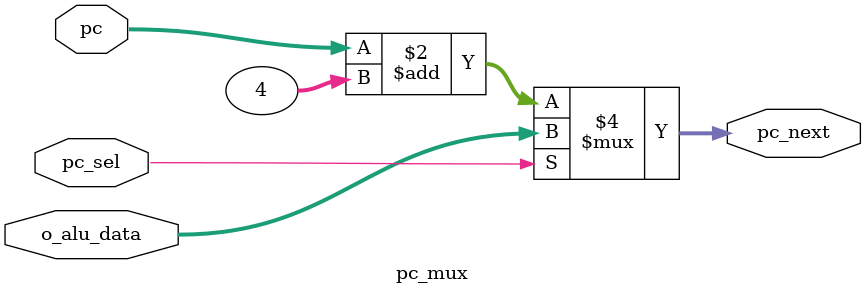
<source format=sv>
module pc_mux(
	input  logic pc_sel,
    input  logic [31:0] pc,
	input  logic [31:0] o_alu_data,
    output logic [31:0] pc_next
);

    always @(*)
    begin
		if(pc_sel) begin
        // Nếu không reset, cập nhật pc_addr với giá trị nxt_pc
			pc_next <= o_alu_data;
		end
		else begin
        // Nếu không reset, cập nhật pc_addr với giá trị nxt_pc
			pc_next <= pc + 4;
		end
    end
endmodule : pc_mux


</source>
